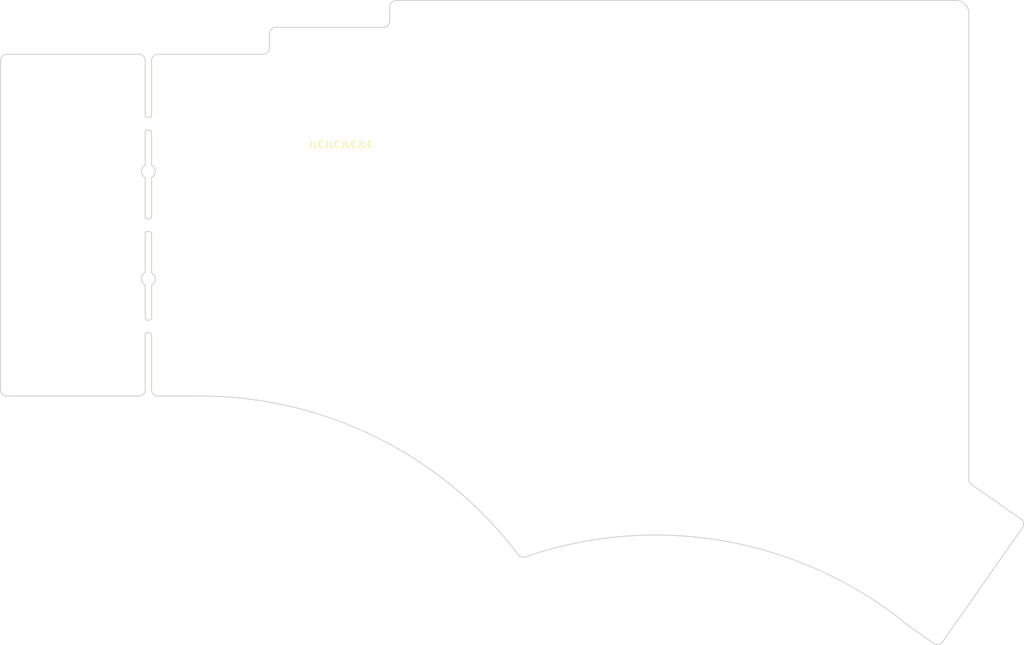
<source format=kicad_pcb>

            
(kicad_pcb (version 20221018) (generator pcbnew)

  (general
    (thickness 1.6)
  )

  (paper "A3")
  (title_block
    (title "porcupine_top_plate")
    (rev "v2.0.1")
    (company "Anarion")
  )

  (layers
    (0 "F.Cu" signal)
    (31 "B.Cu" signal)
    (32 "B.Adhes" user "B.Adhesive")
    (33 "F.Adhes" user "F.Adhesive")
    (34 "B.Paste" user)
    (35 "F.Paste" user)
    (36 "B.SilkS" user "B.Silkscreen")
    (37 "F.SilkS" user "F.Silkscreen")
    (38 "B.Mask" user)
    (39 "F.Mask" user)
    (40 "Dwgs.User" user "User.Drawings")
    (41 "Cmts.User" user "User.Comments")
    (42 "Eco1.User" user "User.Eco1")
    (43 "Eco2.User" user "User.Eco2")
    (44 "Edge.Cuts" user)
    (45 "Margin" user)
    (46 "B.CrtYd" user "B.Courtyard")
    (47 "F.CrtYd" user "F.Courtyard")
    (48 "B.Fab" user)
    (49 "F.Fab" user)
  )

  (setup
    (last_trace_width 0.25)
    (trace_clearance 0.2)
    (zone_clearance 0.508)
    (zone_45_only no)
    (trace_min 0.2)
    (via_size 0.8)
    (via_drill 0.4)
    (via_min_size 0.4)
    (via_min_drill 0.3)
    (uvia_size 0.3)
    (uvia_drill 0.1)
    (uvias_allowed no)
    (uvia_min_size 0.2)
    (uvia_min_drill 0.1)
    (edge_width 0.05)
    (segment_width 0.2)
    (pcb_text_width 0.3)
    (pcb_text_size 1.5 1.5)
    (mod_edge_width 0.12)
    (mod_text_size 1 1)
    (mod_text_width 0.15)
    (pad_size 1.524 1.524)
    (pad_drill 0.762)
    (pad_to_mask_clearance 0.05)
    (aux_axis_origin 0 0)
    (visible_elements FFFFFF7F)
    (pcbplotparams
      (layerselection 0x00010fc_ffffffff)
      (plot_on_all_layers_selection 0x0000000_00000000)
      (disableapertmacros false)
      (usegerberextensions false)
      (usegerberattributes true)
      (usegerberadvancedattributes true)
      (creategerberjobfile true)
      (dashed_line_dash_ratio 12.000000)
      (dashed_line_gap_ratio 3.000000)
      (svgprecision 6)
      (plotframeref false)
      (viasonmask false)
      (mode 1)
      (useauxorigin false)
      (hpglpennumber 1)
      (hpglpenspeed 20)
      (hpglpendiameter 15.000000)
      (dxfpolygonmode true)
      (dxfimperialunits true)
      (dxfusepcbnewfont true)
      (psnegative false)
      (psa4output false)
      (plotreference true)
      (plotvalue true)
      (plotinvisibletext false)
      (sketchpadsonfab false)
      (subtractmaskfromsilk false)
      (outputformat 1)
      (mirror false)
      (drillshape 1)
      (scaleselection 1)
      (outputdirectory "")
    )
  )

            (net 0 "")
            
  (net_class Default "This is the default net class."
    (clearance 0.2)
    (trace_width 0.25)
    (via_dia 0.8)
    (via_drill 0.4)
    (uvia_dia 0.3)
    (uvia_drill 0.1)
    (add_net "")
  )

            
  (net_class Power "This is the power net class."
    (clearance 0.2)
    (trace_width 0.5)
    (via_dia 0.8)
    (via_drill 0.4)
    (uvia_dia 0.3)
    (uvia_drill 0.1)
    
  )

            
            (gr_text "JLCJLCJLCJLC" (at 185.75 120.25 0) (layer F.SilkS)
                (effects (font (size 1 1) (thickness 0.15) ) (justify left))
            )
        
            (gr_line (start 138.25 160) (end 159.125 160) (layer "Edge.Cuts") (width 0.15))
(gr_line (start 162.125 160) (end 168.74803921568628 160) (layer "Edge.Cuts") (width 0.15))
(gr_line (start 138.25 106) (end 159.125 106) (layer "Edge.Cuts") (width 0.15))
(gr_line (start 162.125 106) (end 178.75 106) (layer "Edge.Cuts") (width 0.15))
(gr_line (start 180.75 101.75) (end 197.75 101.75) (layer "Edge.Cuts") (width 0.15))
(gr_line (start 179.75 105) (end 179.75 102.75) (layer "Edge.Cuts") (width 0.15))
(gr_line (start 199.75 97.5) (end 288.25 97.5) (layer "Edge.Cuts") (width 0.15))
(gr_line (start 198.75 100.75) (end 198.75 98.5) (layer "Edge.Cuts") (width 0.15))
(gr_line (start 137.25 159) (end 137.25 107) (layer "Edge.Cuts") (width 0.15))
(gr_line (start 290.6764236 173.965851065496) (end 298.4777653965948 179.42840939297417) (layer "Edge.Cuts") (width 0.15))
(gr_line (start 286.10465934518083 198.842482747364) (end 298.7233409965948 180.82113779297424) (layer "Edge.Cuts") (width 0.15))
(gr_line (start 284.7119309451809 199.08805844736403) (end 280.84878675533037 196.38305586379494) (layer "Edge.Cuts") (width 0.15))
(gr_line (start 160.425 148) (end 160.825 148) (layer "Edge.Cuts") (width 0.15))
(gr_line (start 161.125 147.7) (end 161.125 142.4797959) (layer "Edge.Cuts") (width 0.15))
(gr_line (start 161.125 140.5202041) (end 161.125 134.3) (layer "Edge.Cuts") (width 0.15))
(gr_line (start 160.825 134) (end 160.425 134) (layer "Edge.Cuts") (width 0.15))
(gr_line (start 160.125 134.3) (end 160.125 140.5202041) (layer "Edge.Cuts") (width 0.15))
(gr_line (start 160.125 142.4797959) (end 160.125 147.7) (layer "Edge.Cuts") (width 0.15))
(gr_arc (start 160.825 148) (mid 161.03713203435595 147.91213203435595) (end 161.125 147.7) (layer "Edge.Cuts") (width 0.15))
(gr_arc (start 161.125 134.3) (mid 161.03713203435595 134.08786796564405) (end 160.825 134) (layer "Edge.Cuts") (width 0.15))
(gr_arc (start 160.425 134) (mid 160.21286796564405 134.08786796564405) (end 160.125 134.3) (layer "Edge.Cuts") (width 0.15))
(gr_arc (start 160.125 147.7) (mid 160.21286796564405 147.91213203435595) (end 160.425 148) (layer "Edge.Cuts") (width 0.15))
(gr_line (start 160.425 132) (end 160.825 132) (layer "Edge.Cuts") (width 0.15))
(gr_line (start 161.125 131.7) (end 161.125 125.4797959) (layer "Edge.Cuts") (width 0.15))
(gr_line (start 161.125 123.5202041) (end 161.125 118.3) (layer "Edge.Cuts") (width 0.15))
(gr_line (start 160.825 118) (end 160.425 118) (layer "Edge.Cuts") (width 0.15))
(gr_line (start 160.125 118.3) (end 160.125 123.5202041) (layer "Edge.Cuts") (width 0.15))
(gr_line (start 160.125 125.4797959) (end 160.125 131.7) (layer "Edge.Cuts") (width 0.15))
(gr_arc (start 160.825 132) (mid 161.03713203435595 131.91213203435595) (end 161.125 131.7) (layer "Edge.Cuts") (width 0.15))
(gr_arc (start 161.125 118.3) (mid 161.03713203435595 118.08786796564404) (end 160.825 118) (layer "Edge.Cuts") (width 0.15))
(gr_arc (start 160.425 118) (mid 160.21286796564405 118.08786796564404) (end 160.125 118.3) (layer "Edge.Cuts") (width 0.15))
(gr_arc (start 160.125 131.7) (mid 160.21286796564405 131.91213203435595) (end 160.425 132) (layer "Edge.Cuts") (width 0.15))
(gr_line (start 160.425 116) (end 160.825 116) (layer "Edge.Cuts") (width 0.15))
(gr_line (start 161.125 115.7) (end 161.125 107) (layer "Edge.Cuts") (width 0.15))
(gr_line (start 160.125 107) (end 160.125 115.7) (layer "Edge.Cuts") (width 0.15))
(gr_arc (start 160.825 116) (mid 161.03713203435595 115.91213203435596) (end 161.125 115.7) (layer "Edge.Cuts") (width 0.15))
(gr_arc (start 160.125 115.7) (mid 160.21286796564405 115.91213203435596) (end 160.425 116) (layer "Edge.Cuts") (width 0.15))
(gr_line (start 161.125 159) (end 161.125 150.3) (layer "Edge.Cuts") (width 0.15))
(gr_line (start 160.825 150) (end 160.425 150) (layer "Edge.Cuts") (width 0.15))
(gr_line (start 160.125 150.3) (end 160.125 159) (layer "Edge.Cuts") (width 0.15))
(gr_arc (start 161.125 150.3) (mid 161.03713203435595 150.08786796564405) (end 160.825 150) (layer "Edge.Cuts") (width 0.15))
(gr_arc (start 160.425 150) (mid 160.21286796564405 150.08786796564405) (end 160.125 150.3) (layer "Edge.Cuts") (width 0.15))
(gr_line (start 290.25 173.146699065496) (end 290.25 99.5) (layer "Edge.Cuts") (width 0.15))
(gr_arc (start 290.25 99.5) (mid 289.6642135623731 98.08578643762691) (end 288.25 97.5) (layer "Edge.Cuts") (width 0.15))
(gr_arc (start 219.05387094487844 185.07216631600198) (mid 196.85202700895798 166.61493036283633) (end 168.7480392156872 160.0000000305133) (layer "Edge.Cuts") (width 0.15))
(gr_arc (start 280.78664525441167 196.33582520144978) (mid 251.90794440985337 182.9652886276343) (end 220.1786587055026 185.41539871351006) (layer "Edge.Cuts") (width 0.15))
(gr_arc (start 159.125 160) (mid 159.83210678118655 159.70710678118655) (end 160.125 159) (layer "Edge.Cuts") (width 0.15))
(gr_arc (start 161.125 159) (mid 161.41789321881345 159.70710678118655) (end 162.125 160) (layer "Edge.Cuts") (width 0.15))
(gr_arc (start 219.0538709580178 185.07216630609523) (mid 219.56047866005002 185.42659628497486) (end 220.17865872213488 185.41539876169034) (layer "Edge.Cuts") (width 0.15))
(gr_arc (start 280.7866452896125 196.3358251587071) (mid 280.81725506373203 196.3600469932722) (end 280.8487868142165 196.38305577969675) (layer "Edge.Cuts") (width 0.15))
(gr_arc (start 284.71193095939736 199.0880584270608) (mid 285.4591555553984 199.25371409463668) (end 286.1046593919786 198.84248278013214) (layer "Edge.Cuts") (width 0.15))
(gr_arc (start 298.72334104339257 180.8211378257424) (mid 298.8889967488475 180.07391321099982) (end 298.47776542936293 179.4284093461764) (layer "Edge.Cuts") (width 0.15))
(gr_arc (start 290.25 173.146699065496) (mid 290.3629891678316 173.60844768067088) (end 290.6764235672319 173.96585111229376) (layer "Edge.Cuts") (width 0.15))
(gr_arc (start 199.75 97.5) (mid 199.04289321881345 97.79289321881345) (end 198.75 98.5) (layer "Edge.Cuts") (width 0.15))
(gr_arc (start 197.75 101.75) (mid 198.45710678118655 101.45710678118655) (end 198.75 100.75) (layer "Edge.Cuts") (width 0.15))
(gr_arc (start 180.75 101.75) (mid 180.04289321881345 102.04289321881345) (end 179.75 102.75) (layer "Edge.Cuts") (width 0.15))
(gr_arc (start 178.75 106) (mid 179.45710678118655 105.70710678118655) (end 179.75 105) (layer "Edge.Cuts") (width 0.15))
(gr_arc (start 162.125 106) (mid 161.41789321881345 106.29289321881345) (end 161.125 107) (layer "Edge.Cuts") (width 0.15))
(gr_arc (start 160.125 107) (mid 159.83210678118655 106.29289321881345) (end 159.125 106) (layer "Edge.Cuts") (width 0.15))
(gr_arc (start 138.25 106) (mid 137.54289321881345 106.29289321881345) (end 137.25 107) (layer "Edge.Cuts") (width 0.15))
(gr_arc (start 137.25 159) (mid 137.54289321881345 159.70710678118655) (end 138.25 160) (layer "Edge.Cuts") (width 0.15))
(gr_arc (start 161.12499999883124 125.4797958977097) (mid 161.725 124.5) (end 161.12499999883124 123.5202041022903) (layer "Edge.Cuts") (width 0.15))
(gr_arc (start 160.12500000116876 123.5202041022903) (mid 159.525 124.5) (end 160.12500000116876 125.4797958977097) (layer "Edge.Cuts") (width 0.15))
(gr_arc (start 161.12499999883124 142.4797958977097) (mid 161.725 141.5) (end 161.12499999883124 140.5202041022903) (layer "Edge.Cuts") (width 0.15))
(gr_arc (start 160.12500000116876 140.5202041022903) (mid 159.525 141.5) (end 160.12500000116876 142.4797958977097) (layer "Edge.Cuts") (width 0.15))
            
)

        
</source>
